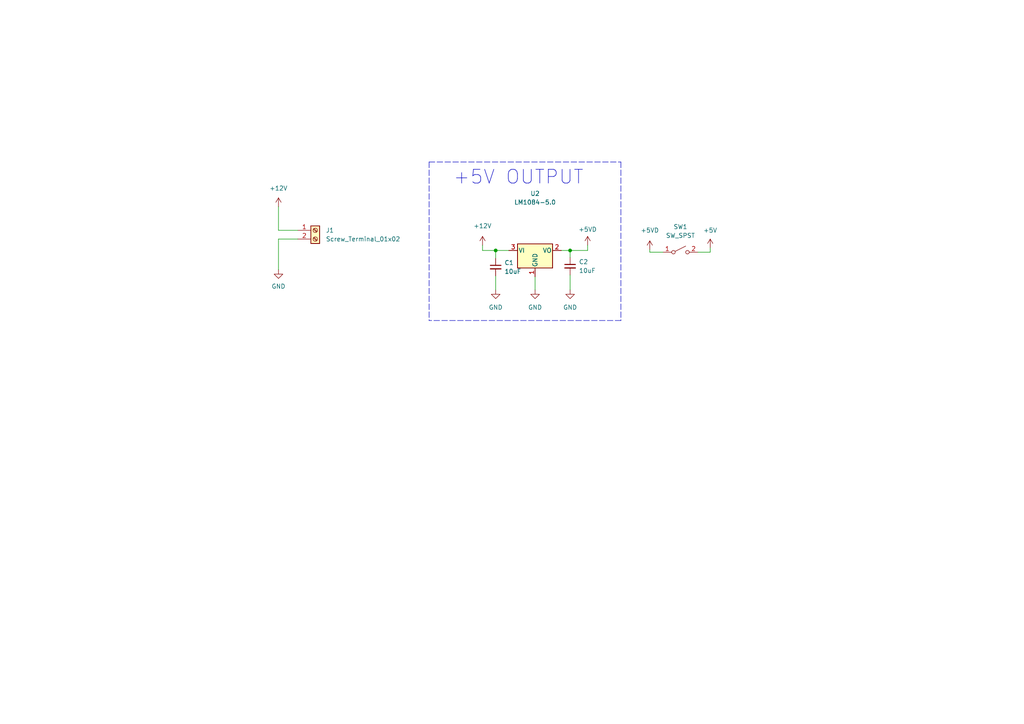
<source format=kicad_sch>
(kicad_sch (version 20211123) (generator eeschema)
  (paper "A4")
  (lib_symbols
    (symbol "Connector:Screw_Terminal_01x02" (pin_names (offset 1.016) hide)
      (property "Reference" "J" (at 0 2.54 0))
      (property "Value" "Screw_Terminal_01x02" (at 0 -5.08 0))
      (symbol "Screw_Terminal_01x02_1_1"
        (rectangle (start -1.27 1.27) (end 1.27 -3.81) (stroke (width 0.254)) (fill (type background)))
        (circle (center 0 -2.54) (radius 0.635) (stroke (width 0.1524)))
        (polyline (pts (xy -0.5334 -2.2098) (xy 0.3302 -3.048)) (stroke (width 0.1524)))
        (polyline (pts (xy -0.5334 0.3302) (xy 0.3302 -0.508)) (stroke (width 0.1524)))
        (polyline (pts (xy -0.3556 -2.032) (xy 0.508 -2.8702)) (stroke (width 0.1524)))
        (polyline (pts (xy -0.3556 0.508) (xy 0.508 -0.3302)) (stroke (width 0.1524)))
        (circle (center 0 0) (radius 0.635) (stroke (width 0.1524)))
        (pin passive line (at -5.08 0 0) (length 3.81) (name "Pin_1") (number "1"))
        (pin passive line (at -5.08 -2.54 0) (length 3.81) (name "Pin_2") (number "2"))
      )
    )
    (symbol "Device:C_Small" (pin_numbers hide) (pin_names (offset 0.254) hide)
      (property "Reference" "C" (at 0.254 1.778 0))
      (property "Value" "C_Small" (at 0.254 -2.032 0))
      (symbol "C_Small_0_1"
        (polyline (pts (xy -1.524 -0.508) (xy 1.524 -0.508)) (stroke (width 0.3302)))
        (polyline (pts (xy -1.524 0.508) (xy 1.524 0.508)) (stroke (width 0.3048)))
      )
      (symbol "C_Small_1_1"
        (pin passive line (at 0 2.54 270) (length 2.032) (name "~") (number "1"))
        (pin passive line (at 0 -2.54 90) (length 2.032) (name "~") (number "2"))
      )
    )
    (symbol "Regulator_Linear:LM1084-5.0" (pin_names (offset 0.254))
      (property "Reference" "U" (at -3.81 3.175 0))
      (property "Value" "LM1084-5.0" (at 0 3.175 0))
      (symbol "LM1084-5.0_0_1"
        (rectangle (start -5.08 1.905) (end 5.08 -5.08) (stroke (width 0.254)) (fill (type background)))
      )
      (symbol "LM1084-5.0_1_1"
        (pin power_in line (at 0 -7.62 90) (length 2.54) (name "GND") (number "1"))
        (pin power_out line (at 7.62 0 180) (length 2.54) (name "VO") (number "2"))
        (pin power_in line (at -7.62 0 0) (length 2.54) (name "VI") (number "3"))
      )
    )
    (symbol "Switch:SW_SPST" (pin_names (offset 0) hide)
      (property "Reference" "SW" (at 0 3.175 0))
      (property "Value" "SW_SPST" (at 0 -2.54 0))
      (symbol "SW_SPST_0_0"
        (circle (center -2.032 0) (radius 0.508))
        (polyline (pts (xy -1.524 0.254) (xy 1.524 1.778)))
        (circle (center 2.032 0) (radius 0.508))
      )
      (symbol "SW_SPST_1_1"
        (pin passive line (at -5.08 0 0) (length 2.54) (name "A") (number "1"))
        (pin passive line (at 5.08 0 180) (length 2.54) (name "B") (number "2"))
      )
    )
    (symbol "power:+12V" (power) (pin_names (offset 0))
      (property "Value" "+12V" (at 0 3.556 0))
      (symbol "+12V_0_1"
        (polyline (pts (xy -0.762 1.27) (xy 0 2.54)))
        (polyline (pts (xy 0 0) (xy 0 2.54)))
        (polyline (pts (xy 0 2.54) (xy 0.762 1.27)))
      )
      (symbol "+12V_1_1"
        (pin power_in line (at 0 0 90) (length 0) hide (name "+12V") (number "1"))
      )
    )
    (symbol "power:+5V" (power) (pin_names (offset 0))
      (property "Value" "+5V" (at 0 3.556 0))
      (symbol "+5V_0_1"
        (polyline (pts (xy -0.762 1.27) (xy 0 2.54)))
        (polyline (pts (xy 0 0) (xy 0 2.54)))
        (polyline (pts (xy 0 2.54) (xy 0.762 1.27)))
      )
      (symbol "+5V_1_1"
        (pin power_in line (at 0 0 90) (length 0) hide (name "+5V") (number "1"))
      )
    )
    (symbol "power:+5VD" (power) (pin_names (offset 0))
      (property "Value" "+5VD" (at 0 3.556 0))
      (symbol "+5VD_0_1"
        (polyline (pts (xy -0.762 1.27) (xy 0 2.54)))
        (polyline (pts (xy 0 0) (xy 0 2.54)))
        (polyline (pts (xy 0 2.54) (xy 0.762 1.27)))
      )
      (symbol "+5VD_1_1"
        (pin power_in line (at 0 0 90) (length 0) hide (name "+5VD") (number "1"))
      )
    )
    (symbol "power:GND" (power) (pin_names (offset 0))
      (property "Value" "GND" (at 0 -3.81 0))
      (symbol "GND_0_1"
        (polyline (pts (xy 0 0) (xy 0 -1.27) (xy 1.27 -1.27) (xy 0 -2.54) (xy -1.27 -1.27) (xy 0 -1.27)))
      )
      (symbol "GND_1_1"
        (pin power_in line (at 0 0 270) (length 0) hide (name "GND") (number "1"))
      )
    )
  )
  (junction (at 165.354 72.644))
  (junction (at 143.764 72.644))
  (wire (pts (xy 80.772 69.342) (xy 80.772 78.232)))
  (polyline (pts (xy 124.46 46.99) (xy 180.086 46.99)))
  (wire (pts (xy 143.764 74.93) (xy 143.764 72.644)))
  (wire (pts (xy 188.468 73.152) (xy 192.278 73.152)))
  (wire (pts (xy 86.36 69.342) (xy 80.772 69.342)))
  (wire (pts (xy 155.194 84.074) (xy 155.194 80.264)))
  (wire (pts (xy 188.468 72.39) (xy 188.468 73.152)))
  (wire (pts (xy 139.954 72.644) (xy 143.764 72.644)))
  (wire (pts (xy 165.354 74.676) (xy 165.354 72.644)))
  (wire (pts (xy 80.772 66.802) (xy 80.772 59.944)))
  (wire (pts (xy 143.764 84.074) (xy 143.764 80.01)))
  (wire (pts (xy 143.764 72.644) (xy 147.574 72.644)))
  (wire (pts (xy 86.36 66.802) (xy 80.772 66.802)))
  (wire (pts (xy 162.814 72.644) (xy 165.354 72.644)))
  (wire (pts (xy 170.434 71.12) (xy 170.434 72.644)))
  (wire (pts (xy 202.438 73.152) (xy 205.994 73.152)))
  (wire (pts (xy 205.994 73.152) (xy 205.994 71.882)))
  (wire (pts (xy 165.354 84.074) (xy 165.354 79.756)))
  (polyline (pts (xy 180.086 92.964) (xy 124.46 92.964)))
  (polyline (pts (xy 124.46 46.99) (xy 124.46 92.964)))
  (wire (pts (xy 170.434 72.644) (xy 165.354 72.644)))
  (wire (pts (xy 139.954 71.12) (xy 139.954 72.644)))
  (polyline (pts (xy 180.086 46.99) (xy 180.086 92.964)))
  (text "+5V OUTPUT" (at 131.318 53.848 0) (effects (font (size 4 4)) (justify left bottom)))
  (symbol (lib_id "power:GND") (at 165.354 84.074 0) (unit 1)
    (property "Reference" "#PWR010" (effects hide))
    (property "Value" "GND" (at 165.354 89.154 0))
  )
  (symbol (lib_id "power:+5V") (at 205.994 71.882 0) (unit 1)
    (property "Reference" "#PWR013" (effects hide))
    (property "Value" "+5V" (at 205.994 66.802 0))
  )
  (symbol (lib_id "Device:C_Small") (at 143.764 77.47 0) (unit 1)
    (property "Reference" "C1" (at 146.304 76.2062 0) (effects (justify left)))
    (property "Value" "10uF" (at 146.304 78.7462 0) (effects (justify left)))
    (property "Footprint" "UserLibrary:CP_Radial_D5.0mm_P2.50mm" (effects hide))
  )
  (symbol (lib_id "power:+12V") (at 139.954 71.12 0) (unit 1)
    (property "Reference" "#PWR07" (effects hide))
    (property "Value" "+12V" (at 139.954 65.532 0))
  )
  (symbol (lib_id "power:GND") (at 155.194 84.074 0) (unit 1)
    (property "Reference" "#PWR09" (effects hide))
    (property "Value" "GND" (at 155.194 89.154 0))
  )
  (symbol (lib_id "power:GND") (at 143.764 84.074 0) (unit 1)
    (property "Reference" "#PWR08" (effects hide))
    (property "Value" "GND" (at 143.764 89.154 0))
  )
  (symbol (lib_id "power:+5VD") (at 188.468 72.39 0) (unit 1)
    (property "Reference" "#PWR012" (effects hide))
    (property "Value" "+5VD" (at 188.468 66.802 0))
  )
  (symbol (lib_id "Switch:SW_SPST") (at 197.358 73.152 0) (unit 1)
    (property "Reference" "SW1" (at 197.358 65.786 0))
    (property "Value" "SW_SPST" (at 197.358 68.326 0))
    (property "Footprint" "UserLibrary:KCD1 switch" (effects hide))
  )
  (symbol (lib_id "Regulator_Linear:LM1084-5.0") (at 155.194 72.644 0) (unit 1)
    (property "Reference" "U2" (at 155.194 56.134 0))
    (property "Value" "LM1084-5.0" (at 155.194 58.674 0))
    (property "Footprint" "UserLibrary:TO-220-3_Vertical" (effects hide))
    (property "Datasheet" "http://www.ti.com/lit/ds/symlink/lm1084.pdf" (effects hide))
  )
  (symbol (lib_id "power:+5VD") (at 170.434 71.12 0) (unit 1)
    (property "Reference" "#PWR011" (effects hide))
    (property "Value" "+5VD" (at 170.434 66.548 0))
  )
  (symbol (lib_id "power:+12V") (at 80.772 59.944 0) (unit 1)
    (property "Reference" "#PWR05" (effects hide))
    (property "Value" "+12V" (at 80.772 54.61 0))
  )
  (symbol (lib_id "power:GND") (at 80.772 78.232 0) (unit 1)
    (property "Reference" "#PWR06" (effects hide))
    (property "Value" "GND" (at 80.772 83.058 0))
  )
  (symbol (lib_id "Device:C_Small") (at 165.354 77.216 0) (unit 1)
    (property "Reference" "C2" (at 167.894 75.9522 0) (effects (justify left)))
    (property "Value" "10uF" (at 167.894 78.4922 0) (effects (justify left)))
    (property "Footprint" "UserLibrary:CP_Radial_D5.0mm_P2.50mm" (effects hide))
  )
  (symbol (lib_id "Connector:Screw_Terminal_01x02") (at 91.44 66.802 0) (unit 1)
    (property "Reference" "J1" (at 94.488 66.8019 0) (effects (justify left)))
    (property "Value" "Screw_Terminal_01x02" (at 94.488 69.3419 0) (effects (justify left)))
    (property "Footprint" "UserLibrary:TerminalBlock_Phoenix_MKDS-1,5-2-5.08_1x02_P5.08mm_Horizontal" (effects hide))
  )
)
</source>
